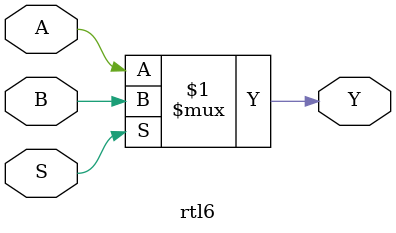
<source format=v>
module rtl6 (input A, B, S, output Y);
    assign Y = S ? B : A;
endmodule


</source>
